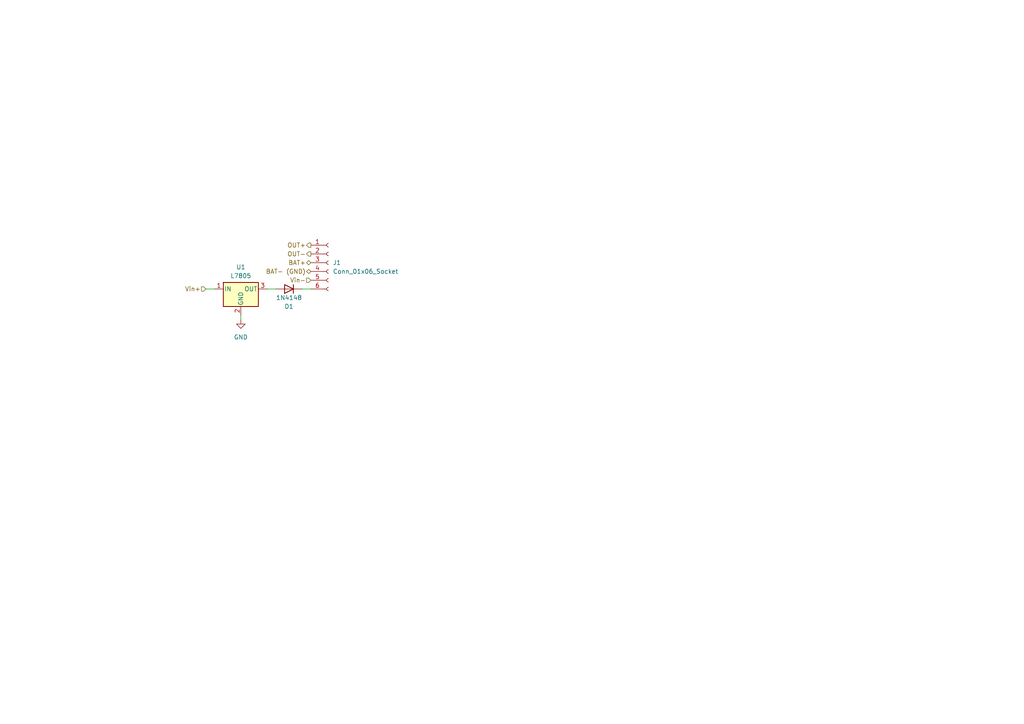
<source format=kicad_sch>
(kicad_sch (version 20230121) (generator eeschema)
  (paper "A4")
  (lib_symbols
    (symbol "Connector:Conn_01x06_Socket" (pin_names (offset 1.016) hide)
      (property "Reference" "J" (at 0 7.62 0))
      (property "Value" "Conn_01x06_Socket" (at 0 -10.16 0))
      (symbol "Conn_01x06_Socket_1_1"
        (arc (start 0 -7.112) (mid -0.5058 -7.62) (end 0 -8.128) (stroke (width 0.1524)))
        (arc (start 0 -4.572) (mid -0.5058 -5.08) (end 0 -5.588) (stroke (width 0.1524)))
        (arc (start 0 -2.032) (mid -0.5058 -2.54) (end 0 -3.048) (stroke (width 0.1524)))
        (polyline (pts (xy -1.27 -7.62) (xy -0.508 -7.62)) (stroke (width 0.1524)))
        (polyline (pts (xy -1.27 -5.08) (xy -0.508 -5.08)) (stroke (width 0.1524)))
        (polyline (pts (xy -1.27 -2.54) (xy -0.508 -2.54)) (stroke (width 0.1524)))
        (polyline (pts (xy -1.27 0) (xy -0.508 0)) (stroke (width 0.1524)))
        (polyline (pts (xy -1.27 2.54) (xy -0.508 2.54)) (stroke (width 0.1524)))
        (polyline (pts (xy -1.27 5.08) (xy -0.508 5.08)) (stroke (width 0.1524)))
        (arc (start 0 0.508) (mid -0.5058 0) (end 0 -0.508) (stroke (width 0.1524)))
        (arc (start 0 3.048) (mid -0.5058 2.54) (end 0 2.032) (stroke (width 0.1524)))
        (arc (start 0 5.588) (mid -0.5058 5.08) (end 0 4.572) (stroke (width 0.1524)))
        (pin passive line (at -5.08 5.08 0) (length 3.81) (name "Pin_1") (number "1"))
        (pin passive line (at -5.08 2.54 0) (length 3.81) (name "Pin_2") (number "2"))
        (pin passive line (at -5.08 0 0) (length 3.81) (name "Pin_3") (number "3"))
        (pin passive line (at -5.08 -2.54 0) (length 3.81) (name "Pin_4") (number "4"))
        (pin passive line (at -5.08 -5.08 0) (length 3.81) (name "Pin_5") (number "5"))
        (pin passive line (at -5.08 -7.62 0) (length 3.81) (name "Pin_6") (number "6"))
      )
    )
    (symbol "Diode:1N4148" (pin_numbers hide) (pin_names hide)
      (property "Reference" "D" (at 0 2.54 0))
      (property "Value" "1N4148" (at 0 -2.54 0))
      (symbol "1N4148_0_1"
        (polyline (pts (xy -1.27 1.27) (xy -1.27 -1.27)) (stroke (width 0.254)))
        (polyline (pts (xy 1.27 0) (xy -1.27 0)))
        (polyline (pts (xy 1.27 1.27) (xy 1.27 -1.27) (xy -1.27 0) (xy 1.27 1.27)) (stroke (width 0.254)))
      )
      (symbol "1N4148_1_1"
        (pin passive line (at -3.81 0 0) (length 2.54) (name "K") (number "1"))
        (pin passive line (at 3.81 0 180) (length 2.54) (name "A") (number "2"))
      )
    )
    (symbol "Regulator_Linear:L7805" (pin_names (offset 0.254))
      (property "Reference" "U" (at -3.81 3.175 0))
      (property "Value" "L7805" (at 0 3.175 0))
      (symbol "L7805_0_1"
        (rectangle (start -5.08 1.905) (end 5.08 -5.08) (stroke (width 0.254)) (fill (type background)))
      )
      (symbol "L7805_1_1"
        (pin power_in line (at -7.62 0 0) (length 2.54) (name "IN") (number "1"))
        (pin power_in line (at 0 -7.62 90) (length 2.54) (name "GND") (number "2"))
        (pin power_out line (at 7.62 0 180) (length 2.54) (name "OUT") (number "3"))
      )
    )
    (symbol "power:GND" (power) (pin_names (offset 0))
      (property "Value" "GND" (at 0 -3.81 0))
      (symbol "GND_0_1"
        (polyline (pts (xy 0 0) (xy 0 -1.27) (xy 1.27 -1.27) (xy 0 -2.54) (xy -1.27 -1.27) (xy 0 -1.27)))
      )
      (symbol "GND_1_1"
        (pin power_in line (at 0 0 270) (length 0) hide (name "GND") (number "1"))
      )
    )
  )
  (wire (pts (xy 87.63 83.82) (xy 90.17 83.82)))
  (wire (pts (xy 59.69 83.82) (xy 62.23 83.82)))
  (wire (pts (xy 77.47 83.82) (xy 80.01 83.82)))
  (wire (pts (xy 69.85 91.44) (xy 69.85 92.71)))
  (hierarchical_label "OUT+" (shape output) (at 90.17 71.12 180))
  (hierarchical_label "Vin-" (shape input) (at 90.17 81.28 180))
  (hierarchical_label "OUT-" (shape output) (at 90.17 73.66 180))
  (hierarchical_label "BAT+" (shape bidirectional) (at 90.17 76.2 180))
  (hierarchical_label "Vin+" (shape input) (at 59.69 83.82 180))
  (hierarchical_label "BAT- (GND)" (shape bidirectional) (at 90.17 78.74 180))
  (symbol (lib_id "power:GND") (at 69.85 92.71 0) (unit 1)
    (property "Reference" "#PWR01" (effects hide))
    (property "Value" "GND" (at 69.85 97.79 0))
  )
  (symbol (lib_id "Connector:Conn_01x06_Socket") (at 95.25 76.2 0) (unit 1)
    (property "Reference" "J1" (at 96.52 76.2 0) (effects (justify left)))
    (property "Value" "Conn_01x06_Socket" (at 96.52 78.74 0) (effects (justify left)))
    (property "Footprint" "Connector_PinHeader_2.54mm:PinHeader_1x06_P2.54mm_Vertical" (effects hide))
  )
  (symbol (lib_id "Diode:1N4148") (at 83.82 83.82 180) (unit 1)
    (property "Reference" "D1" (at 83.82 88.9 0))
    (property "Value" "1N4148" (at 83.82 86.36 0))
    (property "Footprint" "Diode_THT:D_DO-35_SOD27_P7.62mm_Horizontal" (effects hide))
    (property "Datasheet" "https://assets.nexperia.com/documents/data-sheet/1N4148_1N4448.pdf" (effects hide))
    (property "Sim.Device" "D" (effects hide))
    (property "Sim.Pins" "1=K 2=A" (effects hide))
  )
  (symbol (lib_id "Regulator_Linear:L7805") (at 69.85 83.82 0) (unit 1)
    (property "Reference" "U1" (at 69.85 77.47 0))
    (property "Value" "L7805" (at 69.85 80.01 0))
    (property "Footprint" "L7805:TO255P1020X450X2000-3" (effects hide))
    (property "Datasheet" "http://www.st.com/content/ccc/resource/technical/document/datasheet/41/4f/b3/b0/12/d4/47/88/CD00000444.pdf/files/CD00000444.pdf/jcr:content/translations/en.CD00000444.pdf" (effects hide))
  )
)
</source>
